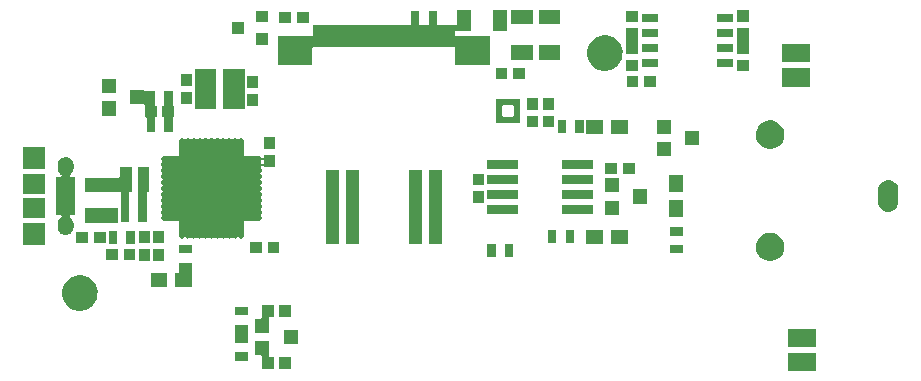
<source format=gbs>
G04 #@! TF.FileFunction,Soldermask,Bot*
%FSLAX46Y46*%
G04 Gerber Fmt 4.6, Leading zero omitted, Abs format (unit mm)*
G04 Created by KiCad (PCBNEW 4.0.4-stable) date 10/29/16 22:21:33*
%MOMM*%
%LPD*%
G01*
G04 APERTURE LIST*
%ADD10C,0.100000*%
G04 APERTURE END LIST*
D10*
G36*
X167600000Y-98600000D02*
X165200000Y-98600000D01*
X165200000Y-97050000D01*
X167600000Y-97050000D01*
X167600000Y-98600000D01*
X167600000Y-98600000D01*
G37*
G36*
X123150000Y-98375000D02*
X122150000Y-98375000D01*
X122150000Y-97425000D01*
X123150000Y-97425000D01*
X123150000Y-98375000D01*
X123150000Y-98375000D01*
G37*
G36*
X121300000Y-97325000D02*
X121303959Y-97352859D01*
X121315523Y-97378513D01*
X121333776Y-97399929D01*
X121357272Y-97415412D01*
X121384152Y-97423736D01*
X121400000Y-97425000D01*
X121650000Y-97425000D01*
X121650000Y-98375000D01*
X120650000Y-98375000D01*
X120650000Y-97350000D01*
X120646041Y-97322141D01*
X120634477Y-97296487D01*
X120616224Y-97275071D01*
X120592728Y-97259588D01*
X120565848Y-97251264D01*
X120550000Y-97250000D01*
X120100000Y-97250000D01*
X120100000Y-96050000D01*
X121300000Y-96050000D01*
X121300000Y-97325000D01*
X121300000Y-97325000D01*
G37*
G36*
X119450000Y-97700000D02*
X118350000Y-97700000D01*
X118350000Y-97000000D01*
X119450000Y-97000000D01*
X119450000Y-97700000D01*
X119450000Y-97700000D01*
G37*
G36*
X167600000Y-96550000D02*
X165200000Y-96550000D01*
X165200000Y-95000000D01*
X167600000Y-95000000D01*
X167600000Y-96550000D01*
X167600000Y-96550000D01*
G37*
G36*
X123700000Y-96300000D02*
X122500000Y-96300000D01*
X122500000Y-95100000D01*
X123700000Y-95100000D01*
X123700000Y-96300000D01*
X123700000Y-96300000D01*
G37*
G36*
X119450000Y-96200000D02*
X118350000Y-96200000D01*
X118350000Y-94650000D01*
X119450000Y-94650000D01*
X119450000Y-96200000D01*
X119450000Y-96200000D01*
G37*
G36*
X121650000Y-93975000D02*
X121400000Y-93975000D01*
X121372141Y-93978959D01*
X121346487Y-93990523D01*
X121325071Y-94008776D01*
X121309588Y-94032272D01*
X121301264Y-94059152D01*
X121300000Y-94075000D01*
X121300000Y-95350000D01*
X120100000Y-95350000D01*
X120100000Y-94150000D01*
X120550000Y-94150000D01*
X120577859Y-94146041D01*
X120603513Y-94134477D01*
X120624929Y-94116224D01*
X120640412Y-94092728D01*
X120648736Y-94065848D01*
X120650000Y-94050000D01*
X120650000Y-93025000D01*
X121650000Y-93025000D01*
X121650000Y-93975000D01*
X121650000Y-93975000D01*
G37*
G36*
X123150000Y-93975000D02*
X122150000Y-93975000D01*
X122150000Y-93025000D01*
X123150000Y-93025000D01*
X123150000Y-93975000D01*
X123150000Y-93975000D01*
G37*
G36*
X119450000Y-93850000D02*
X118350000Y-93850000D01*
X118350000Y-93150000D01*
X119450000Y-93150000D01*
X119450000Y-93850000D01*
X119450000Y-93850000D01*
G37*
G36*
X105407557Y-90470995D02*
X105695710Y-90530144D01*
X105966888Y-90644137D01*
X106210767Y-90808635D01*
X106418045Y-91017365D01*
X106580832Y-91262381D01*
X106692932Y-91534353D01*
X106749932Y-91822228D01*
X106749932Y-91822249D01*
X106750064Y-91822917D01*
X106745373Y-92158910D01*
X106745221Y-92159578D01*
X106745221Y-92159597D01*
X106680206Y-92445764D01*
X106560555Y-92714505D01*
X106390992Y-92954875D01*
X106177965Y-93157738D01*
X105929587Y-93315363D01*
X105655337Y-93421738D01*
X105365634Y-93472821D01*
X105071533Y-93466659D01*
X104784230Y-93403493D01*
X104514668Y-93285723D01*
X104273114Y-93117839D01*
X104068769Y-92906233D01*
X103909417Y-92658967D01*
X103801125Y-92385455D01*
X103748024Y-92096124D01*
X103752131Y-91801990D01*
X103813292Y-91514245D01*
X103929174Y-91243872D01*
X104095371Y-91001149D01*
X104305544Y-90795333D01*
X104551690Y-90634259D01*
X104824435Y-90524063D01*
X105113392Y-90468941D01*
X105407557Y-90470995D01*
X105407557Y-90470995D01*
G37*
G36*
X114750000Y-91500000D02*
X113350000Y-91500000D01*
X113350000Y-90300000D01*
X113550000Y-90300000D01*
X113577859Y-90296041D01*
X113603513Y-90284477D01*
X113624929Y-90266224D01*
X113640412Y-90242728D01*
X113648736Y-90215848D01*
X113650000Y-90200000D01*
X113650000Y-89400000D01*
X114750000Y-89400000D01*
X114750000Y-91500000D01*
X114750000Y-91500000D01*
G37*
G36*
X112650000Y-91500000D02*
X111250000Y-91500000D01*
X111250000Y-90300000D01*
X112650000Y-90300000D01*
X112650000Y-91500000D01*
X112650000Y-91500000D01*
G37*
G36*
X163826041Y-86850796D02*
X164056570Y-86898116D01*
X164273512Y-86989310D01*
X164468615Y-87120908D01*
X164634436Y-87287891D01*
X164764666Y-87483904D01*
X164854347Y-87701486D01*
X164899919Y-87931641D01*
X164899919Y-87931666D01*
X164900051Y-87932334D01*
X164896298Y-88201128D01*
X164896147Y-88201791D01*
X164896147Y-88201815D01*
X164844164Y-88430612D01*
X164748445Y-88645603D01*
X164612794Y-88837900D01*
X164442372Y-89000191D01*
X164243669Y-89126291D01*
X164024270Y-89211391D01*
X163792507Y-89252257D01*
X163557226Y-89247328D01*
X163327385Y-89196795D01*
X163111734Y-89102579D01*
X162918491Y-88968272D01*
X162755015Y-88798987D01*
X162627533Y-88601173D01*
X162540899Y-88382363D01*
X162498418Y-88150900D01*
X162501704Y-87915592D01*
X162550633Y-87685400D01*
X162643341Y-87469094D01*
X162776296Y-87274919D01*
X162944433Y-87110268D01*
X163141354Y-86981406D01*
X163359547Y-86893250D01*
X163590714Y-86849152D01*
X163826041Y-86850796D01*
X163826041Y-86850796D01*
G37*
G36*
X111175000Y-89250000D02*
X110225000Y-89250000D01*
X110225000Y-88250000D01*
X111175000Y-88250000D01*
X111175000Y-89250000D01*
X111175000Y-89250000D01*
G37*
G36*
X112375000Y-89250000D02*
X111425000Y-89250000D01*
X111425000Y-88250000D01*
X112375000Y-88250000D01*
X112375000Y-89250000D01*
X112375000Y-89250000D01*
G37*
G36*
X109950000Y-89175000D02*
X108950000Y-89175000D01*
X108950000Y-88225000D01*
X109950000Y-88225000D01*
X109950000Y-89175000D01*
X109950000Y-89175000D01*
G37*
G36*
X108450000Y-89175000D02*
X107450000Y-89175000D01*
X107450000Y-88225000D01*
X108450000Y-88225000D01*
X108450000Y-89175000D01*
X108450000Y-89175000D01*
G37*
G36*
X140450000Y-88900000D02*
X139750000Y-88900000D01*
X139750000Y-87800000D01*
X140450000Y-87800000D01*
X140450000Y-88900000D01*
X140450000Y-88900000D01*
G37*
G36*
X141950000Y-88900000D02*
X141250000Y-88900000D01*
X141250000Y-87800000D01*
X141950000Y-87800000D01*
X141950000Y-88900000D01*
X141950000Y-88900000D01*
G37*
G36*
X114750000Y-88600000D02*
X113650000Y-88600000D01*
X113650000Y-87900000D01*
X114750000Y-87900000D01*
X114750000Y-88600000D01*
X114750000Y-88600000D01*
G37*
G36*
X156300000Y-88600000D02*
X155200000Y-88600000D01*
X155200000Y-87900000D01*
X156300000Y-87900000D01*
X156300000Y-88600000D01*
X156300000Y-88600000D01*
G37*
G36*
X122150000Y-88575000D02*
X121150000Y-88575000D01*
X121150000Y-87625000D01*
X122150000Y-87625000D01*
X122150000Y-88575000D01*
X122150000Y-88575000D01*
G37*
G36*
X120650000Y-88575000D02*
X119650000Y-88575000D01*
X119650000Y-87625000D01*
X120650000Y-87625000D01*
X120650000Y-88575000D01*
X120650000Y-88575000D01*
G37*
G36*
X102300000Y-87900000D02*
X100400000Y-87900000D01*
X100400000Y-86000000D01*
X102300000Y-86000000D01*
X102300000Y-87900000D01*
X102300000Y-87900000D01*
G37*
G36*
X108400000Y-87850000D02*
X107700000Y-87850000D01*
X107700000Y-86750000D01*
X108400000Y-86750000D01*
X108400000Y-87850000D01*
X108400000Y-87850000D01*
G37*
G36*
X109900000Y-87850000D02*
X109200000Y-87850000D01*
X109200000Y-86750000D01*
X109900000Y-86750000D01*
X109900000Y-87850000D01*
X109900000Y-87850000D01*
G37*
G36*
X128900000Y-87825000D02*
X127800000Y-87825000D01*
X127800000Y-81575000D01*
X128900000Y-81575000D01*
X128900000Y-87825000D01*
X128900000Y-87825000D01*
G37*
G36*
X135900000Y-87825000D02*
X134800000Y-87825000D01*
X134800000Y-81575000D01*
X135900000Y-81575000D01*
X135900000Y-87825000D01*
X135900000Y-87825000D01*
G37*
G36*
X134200000Y-87825000D02*
X133100000Y-87825000D01*
X133100000Y-81575000D01*
X134200000Y-81575000D01*
X134200000Y-87825000D01*
X134200000Y-87825000D01*
G37*
G36*
X127200000Y-87825000D02*
X126100000Y-87825000D01*
X126100000Y-81575000D01*
X127200000Y-81575000D01*
X127200000Y-87825000D01*
X127200000Y-87825000D01*
G37*
G36*
X149550000Y-87800000D02*
X148150000Y-87800000D01*
X148150000Y-86600000D01*
X149550000Y-86600000D01*
X149550000Y-87800000D01*
X149550000Y-87800000D01*
G37*
G36*
X151650000Y-87800000D02*
X150250000Y-87800000D01*
X150250000Y-86600000D01*
X151650000Y-86600000D01*
X151650000Y-87800000D01*
X151650000Y-87800000D01*
G37*
G36*
X107450000Y-87775000D02*
X106450000Y-87775000D01*
X106450000Y-86825000D01*
X107450000Y-86825000D01*
X107450000Y-87775000D01*
X107450000Y-87775000D01*
G37*
G36*
X105950000Y-87775000D02*
X104950000Y-87775000D01*
X104950000Y-86825000D01*
X105950000Y-86825000D01*
X105950000Y-87775000D01*
X105950000Y-87775000D01*
G37*
G36*
X147100000Y-87750000D02*
X146400000Y-87750000D01*
X146400000Y-86650000D01*
X147100000Y-86650000D01*
X147100000Y-87750000D01*
X147100000Y-87750000D01*
G37*
G36*
X111175000Y-87750000D02*
X110225000Y-87750000D01*
X110225000Y-86750000D01*
X111175000Y-86750000D01*
X111175000Y-87750000D01*
X111175000Y-87750000D01*
G37*
G36*
X145600000Y-87750000D02*
X144900000Y-87750000D01*
X144900000Y-86650000D01*
X145600000Y-86650000D01*
X145600000Y-87750000D01*
X145600000Y-87750000D01*
G37*
G36*
X112375000Y-87750000D02*
X111425000Y-87750000D01*
X111425000Y-86750000D01*
X112375000Y-86750000D01*
X112375000Y-87750000D01*
X112375000Y-87750000D01*
G37*
G36*
X118950171Y-78851463D02*
X118950189Y-78851469D01*
X118950269Y-78851477D01*
X118996879Y-78865905D01*
X119039798Y-78889112D01*
X119077393Y-78920212D01*
X119108230Y-78958023D01*
X119131137Y-79001103D01*
X119145239Y-79047812D01*
X119150000Y-79096371D01*
X119150000Y-80103629D01*
X119149976Y-80107120D01*
X119144537Y-80155607D01*
X119129784Y-80202114D01*
X119128963Y-80203607D01*
X119128817Y-80204068D01*
X119119713Y-80228144D01*
X119117487Y-80256195D01*
X119123165Y-80283756D01*
X119136295Y-80308644D01*
X119155840Y-80328888D01*
X119164225Y-80333696D01*
X119165523Y-80336575D01*
X119183776Y-80357991D01*
X119207272Y-80373474D01*
X119234152Y-80381798D01*
X119262287Y-80382304D01*
X119295633Y-80371772D01*
X119301103Y-80368863D01*
X119347812Y-80354761D01*
X119396371Y-80350000D01*
X120403629Y-80350000D01*
X120407120Y-80350024D01*
X120455607Y-80355463D01*
X120502114Y-80370216D01*
X120544871Y-80393722D01*
X120582247Y-80425084D01*
X120612820Y-80463109D01*
X120635425Y-80506348D01*
X120635496Y-80506591D01*
X120636379Y-80508279D01*
X120652794Y-80531134D01*
X120674927Y-80548510D01*
X120701025Y-80559033D01*
X120729021Y-80561869D01*
X120756698Y-80556793D01*
X120781866Y-80544207D01*
X120802531Y-80525108D01*
X120817057Y-80501008D01*
X120825000Y-80461950D01*
X120825000Y-80300000D01*
X121775000Y-80300000D01*
X121775000Y-81300000D01*
X120825000Y-81300000D01*
X120825000Y-81238894D01*
X120821041Y-81211035D01*
X120809477Y-81185381D01*
X120791224Y-81163965D01*
X120767728Y-81148482D01*
X120740848Y-81140158D01*
X120712713Y-81139652D01*
X120685551Y-81147004D01*
X120661513Y-81161632D01*
X120637035Y-81191332D01*
X120634174Y-81196623D01*
X120634095Y-81196879D01*
X120610888Y-81239798D01*
X120579788Y-81277393D01*
X120579372Y-81277732D01*
X120573684Y-81284608D01*
X120574009Y-81284877D01*
X120566097Y-81293449D01*
X120553527Y-81318625D01*
X120548469Y-81346306D01*
X120551323Y-81374300D01*
X120561863Y-81400391D01*
X120576382Y-81417669D01*
X120576245Y-81417779D01*
X120581852Y-81424753D01*
X120582247Y-81425084D01*
X120612820Y-81463109D01*
X120635425Y-81506348D01*
X120649201Y-81553155D01*
X120649207Y-81553222D01*
X120649213Y-81553242D01*
X120653627Y-81601744D01*
X120648537Y-81650171D01*
X120648531Y-81650189D01*
X120648523Y-81650269D01*
X120634095Y-81696879D01*
X120610888Y-81739798D01*
X120579788Y-81777393D01*
X120579373Y-81777732D01*
X120573684Y-81784608D01*
X120574009Y-81784877D01*
X120566097Y-81793449D01*
X120553527Y-81818625D01*
X120548469Y-81846306D01*
X120551323Y-81874300D01*
X120561863Y-81900391D01*
X120576382Y-81917669D01*
X120576245Y-81917779D01*
X120581852Y-81924753D01*
X120582247Y-81925084D01*
X120612820Y-81963109D01*
X120635425Y-82006348D01*
X120649201Y-82053155D01*
X120649207Y-82053222D01*
X120649213Y-82053242D01*
X120653627Y-82101744D01*
X120648537Y-82150171D01*
X120648531Y-82150189D01*
X120648523Y-82150269D01*
X120634095Y-82196879D01*
X120610888Y-82239798D01*
X120579788Y-82277393D01*
X120579373Y-82277732D01*
X120573684Y-82284608D01*
X120574009Y-82284877D01*
X120566097Y-82293449D01*
X120553527Y-82318625D01*
X120548469Y-82346306D01*
X120551323Y-82374300D01*
X120561863Y-82400391D01*
X120576382Y-82417669D01*
X120576245Y-82417779D01*
X120581852Y-82424753D01*
X120582247Y-82425084D01*
X120612820Y-82463109D01*
X120635425Y-82506348D01*
X120649201Y-82553155D01*
X120649207Y-82553222D01*
X120649213Y-82553242D01*
X120653627Y-82601744D01*
X120648537Y-82650171D01*
X120648531Y-82650189D01*
X120648523Y-82650269D01*
X120634095Y-82696879D01*
X120610888Y-82739798D01*
X120579788Y-82777393D01*
X120579373Y-82777732D01*
X120573684Y-82784608D01*
X120574009Y-82784877D01*
X120566097Y-82793449D01*
X120553527Y-82818625D01*
X120548469Y-82846306D01*
X120551323Y-82874300D01*
X120561863Y-82900391D01*
X120576382Y-82917669D01*
X120576245Y-82917779D01*
X120581852Y-82924753D01*
X120582247Y-82925084D01*
X120612820Y-82963109D01*
X120635425Y-83006348D01*
X120649201Y-83053155D01*
X120649207Y-83053222D01*
X120649213Y-83053242D01*
X120653627Y-83101744D01*
X120648537Y-83150171D01*
X120648531Y-83150189D01*
X120648523Y-83150269D01*
X120634095Y-83196879D01*
X120610888Y-83239798D01*
X120579788Y-83277393D01*
X120579373Y-83277732D01*
X120573684Y-83284608D01*
X120574009Y-83284877D01*
X120566097Y-83293449D01*
X120553527Y-83318625D01*
X120548469Y-83346306D01*
X120551323Y-83374300D01*
X120561863Y-83400391D01*
X120576382Y-83417669D01*
X120576245Y-83417779D01*
X120581852Y-83424753D01*
X120582247Y-83425084D01*
X120612820Y-83463109D01*
X120635425Y-83506348D01*
X120649201Y-83553155D01*
X120649207Y-83553222D01*
X120649213Y-83553242D01*
X120653627Y-83601744D01*
X120648537Y-83650171D01*
X120648531Y-83650189D01*
X120648523Y-83650269D01*
X120634095Y-83696879D01*
X120610888Y-83739798D01*
X120579788Y-83777393D01*
X120579373Y-83777732D01*
X120573684Y-83784608D01*
X120574009Y-83784877D01*
X120566097Y-83793449D01*
X120553527Y-83818625D01*
X120548469Y-83846306D01*
X120551323Y-83874300D01*
X120561863Y-83900391D01*
X120576382Y-83917669D01*
X120576245Y-83917779D01*
X120581852Y-83924753D01*
X120582247Y-83925084D01*
X120612820Y-83963109D01*
X120635425Y-84006348D01*
X120649201Y-84053155D01*
X120649207Y-84053222D01*
X120649213Y-84053242D01*
X120653627Y-84101744D01*
X120648537Y-84150171D01*
X120648531Y-84150189D01*
X120648523Y-84150269D01*
X120634095Y-84196879D01*
X120610888Y-84239798D01*
X120579788Y-84277393D01*
X120579373Y-84277732D01*
X120573684Y-84284608D01*
X120574009Y-84284877D01*
X120566097Y-84293449D01*
X120553527Y-84318625D01*
X120548469Y-84346306D01*
X120551323Y-84374300D01*
X120561863Y-84400391D01*
X120576382Y-84417669D01*
X120576245Y-84417779D01*
X120581852Y-84424753D01*
X120582247Y-84425084D01*
X120612820Y-84463109D01*
X120635425Y-84506348D01*
X120649201Y-84553155D01*
X120649207Y-84553222D01*
X120649213Y-84553242D01*
X120653627Y-84601744D01*
X120648537Y-84650171D01*
X120648531Y-84650189D01*
X120648523Y-84650269D01*
X120634095Y-84696879D01*
X120610888Y-84739798D01*
X120579788Y-84777393D01*
X120579373Y-84777732D01*
X120573684Y-84784608D01*
X120574009Y-84784877D01*
X120566097Y-84793449D01*
X120553527Y-84818625D01*
X120548469Y-84846306D01*
X120551323Y-84874300D01*
X120561863Y-84900391D01*
X120576382Y-84917669D01*
X120576245Y-84917779D01*
X120581852Y-84924753D01*
X120582247Y-84925084D01*
X120612820Y-84963109D01*
X120635425Y-85006348D01*
X120649201Y-85053155D01*
X120649207Y-85053222D01*
X120649213Y-85053242D01*
X120653627Y-85101744D01*
X120648537Y-85150171D01*
X120648531Y-85150189D01*
X120648523Y-85150269D01*
X120634095Y-85196879D01*
X120610888Y-85239798D01*
X120579788Y-85277393D01*
X120579373Y-85277732D01*
X120573684Y-85284608D01*
X120574009Y-85284877D01*
X120566097Y-85293449D01*
X120553527Y-85318625D01*
X120548469Y-85346306D01*
X120551323Y-85374300D01*
X120561863Y-85400391D01*
X120576382Y-85417669D01*
X120576245Y-85417779D01*
X120581852Y-85424753D01*
X120582247Y-85425084D01*
X120612820Y-85463109D01*
X120635425Y-85506348D01*
X120649201Y-85553155D01*
X120649207Y-85553222D01*
X120649213Y-85553242D01*
X120653627Y-85601744D01*
X120648537Y-85650171D01*
X120648531Y-85650189D01*
X120648523Y-85650269D01*
X120634095Y-85696879D01*
X120610888Y-85739798D01*
X120579788Y-85777393D01*
X120541977Y-85808230D01*
X120498897Y-85831137D01*
X120452188Y-85845239D01*
X120403629Y-85850000D01*
X119396371Y-85850000D01*
X119392880Y-85849976D01*
X119344393Y-85844537D01*
X119297886Y-85829784D01*
X119296393Y-85828963D01*
X119295932Y-85828817D01*
X119271856Y-85819713D01*
X119243805Y-85817487D01*
X119216244Y-85823165D01*
X119191356Y-85836295D01*
X119171112Y-85855840D01*
X119166304Y-85864225D01*
X119163425Y-85865523D01*
X119142009Y-85883776D01*
X119126526Y-85907272D01*
X119118202Y-85934152D01*
X119117696Y-85962287D01*
X119128228Y-85995633D01*
X119131137Y-86001103D01*
X119145239Y-86047812D01*
X119150000Y-86096371D01*
X119150000Y-87103629D01*
X119149976Y-87107120D01*
X119144537Y-87155607D01*
X119129784Y-87202114D01*
X119106278Y-87244871D01*
X119074916Y-87282247D01*
X119036891Y-87312820D01*
X118993652Y-87335425D01*
X118946845Y-87349201D01*
X118946778Y-87349207D01*
X118946758Y-87349213D01*
X118898256Y-87353627D01*
X118849829Y-87348537D01*
X118849811Y-87348531D01*
X118849731Y-87348523D01*
X118803121Y-87334095D01*
X118760202Y-87310888D01*
X118722607Y-87279788D01*
X118722268Y-87279373D01*
X118715392Y-87273684D01*
X118715123Y-87274009D01*
X118706551Y-87266097D01*
X118681375Y-87253527D01*
X118653694Y-87248469D01*
X118625700Y-87251323D01*
X118599609Y-87261863D01*
X118582331Y-87276382D01*
X118582221Y-87276245D01*
X118575247Y-87281852D01*
X118574916Y-87282247D01*
X118536891Y-87312820D01*
X118493652Y-87335425D01*
X118446845Y-87349201D01*
X118446778Y-87349207D01*
X118446758Y-87349213D01*
X118398256Y-87353627D01*
X118349829Y-87348537D01*
X118349811Y-87348531D01*
X118349731Y-87348523D01*
X118303121Y-87334095D01*
X118260202Y-87310888D01*
X118222607Y-87279788D01*
X118222268Y-87279373D01*
X118215392Y-87273684D01*
X118215123Y-87274009D01*
X118206551Y-87266097D01*
X118181375Y-87253527D01*
X118153694Y-87248469D01*
X118125700Y-87251323D01*
X118099609Y-87261863D01*
X118082331Y-87276382D01*
X118082221Y-87276245D01*
X118075247Y-87281852D01*
X118074916Y-87282247D01*
X118036891Y-87312820D01*
X117993652Y-87335425D01*
X117946845Y-87349201D01*
X117946778Y-87349207D01*
X117946758Y-87349213D01*
X117898256Y-87353627D01*
X117849829Y-87348537D01*
X117849811Y-87348531D01*
X117849731Y-87348523D01*
X117803121Y-87334095D01*
X117760202Y-87310888D01*
X117722607Y-87279788D01*
X117722268Y-87279373D01*
X117715392Y-87273684D01*
X117715123Y-87274009D01*
X117706551Y-87266097D01*
X117681375Y-87253527D01*
X117653694Y-87248469D01*
X117625700Y-87251323D01*
X117599609Y-87261863D01*
X117582331Y-87276382D01*
X117582221Y-87276245D01*
X117575247Y-87281852D01*
X117574916Y-87282247D01*
X117536891Y-87312820D01*
X117493652Y-87335425D01*
X117446845Y-87349201D01*
X117446778Y-87349207D01*
X117446758Y-87349213D01*
X117398256Y-87353627D01*
X117349829Y-87348537D01*
X117349811Y-87348531D01*
X117349731Y-87348523D01*
X117303121Y-87334095D01*
X117260202Y-87310888D01*
X117222607Y-87279788D01*
X117222268Y-87279373D01*
X117215392Y-87273684D01*
X117215123Y-87274009D01*
X117206551Y-87266097D01*
X117181375Y-87253527D01*
X117153694Y-87248469D01*
X117125700Y-87251323D01*
X117099609Y-87261863D01*
X117082331Y-87276382D01*
X117082221Y-87276245D01*
X117075247Y-87281852D01*
X117074916Y-87282247D01*
X117036891Y-87312820D01*
X116993652Y-87335425D01*
X116946845Y-87349201D01*
X116946778Y-87349207D01*
X116946758Y-87349213D01*
X116898256Y-87353627D01*
X116849829Y-87348537D01*
X116849811Y-87348531D01*
X116849731Y-87348523D01*
X116803121Y-87334095D01*
X116760202Y-87310888D01*
X116722607Y-87279788D01*
X116722268Y-87279373D01*
X116715392Y-87273684D01*
X116715123Y-87274009D01*
X116706551Y-87266097D01*
X116681375Y-87253527D01*
X116653694Y-87248469D01*
X116625700Y-87251323D01*
X116599609Y-87261863D01*
X116582331Y-87276382D01*
X116582221Y-87276245D01*
X116575247Y-87281852D01*
X116574916Y-87282247D01*
X116536891Y-87312820D01*
X116493652Y-87335425D01*
X116446845Y-87349201D01*
X116446778Y-87349207D01*
X116446758Y-87349213D01*
X116398256Y-87353627D01*
X116349829Y-87348537D01*
X116349811Y-87348531D01*
X116349731Y-87348523D01*
X116303121Y-87334095D01*
X116260202Y-87310888D01*
X116222607Y-87279788D01*
X116222268Y-87279373D01*
X116215392Y-87273684D01*
X116215123Y-87274009D01*
X116206551Y-87266097D01*
X116181375Y-87253527D01*
X116153694Y-87248469D01*
X116125700Y-87251323D01*
X116099609Y-87261863D01*
X116082331Y-87276382D01*
X116082221Y-87276245D01*
X116075247Y-87281852D01*
X116074916Y-87282247D01*
X116036891Y-87312820D01*
X115993652Y-87335425D01*
X115946845Y-87349201D01*
X115946778Y-87349207D01*
X115946758Y-87349213D01*
X115898256Y-87353627D01*
X115849829Y-87348537D01*
X115849811Y-87348531D01*
X115849731Y-87348523D01*
X115803121Y-87334095D01*
X115760202Y-87310888D01*
X115722607Y-87279788D01*
X115722268Y-87279373D01*
X115715392Y-87273684D01*
X115715123Y-87274009D01*
X115706551Y-87266097D01*
X115681375Y-87253527D01*
X115653694Y-87248469D01*
X115625700Y-87251323D01*
X115599609Y-87261863D01*
X115582331Y-87276382D01*
X115582221Y-87276245D01*
X115575247Y-87281852D01*
X115574916Y-87282247D01*
X115536891Y-87312820D01*
X115493652Y-87335425D01*
X115446845Y-87349201D01*
X115446778Y-87349207D01*
X115446758Y-87349213D01*
X115398256Y-87353627D01*
X115349829Y-87348537D01*
X115349811Y-87348531D01*
X115349731Y-87348523D01*
X115303121Y-87334095D01*
X115260202Y-87310888D01*
X115222607Y-87279788D01*
X115222268Y-87279373D01*
X115215392Y-87273684D01*
X115215123Y-87274009D01*
X115206551Y-87266097D01*
X115181375Y-87253527D01*
X115153694Y-87248469D01*
X115125700Y-87251323D01*
X115099609Y-87261863D01*
X115082331Y-87276382D01*
X115082221Y-87276245D01*
X115075247Y-87281852D01*
X115074916Y-87282247D01*
X115036891Y-87312820D01*
X114993652Y-87335425D01*
X114946845Y-87349201D01*
X114946778Y-87349207D01*
X114946758Y-87349213D01*
X114898256Y-87353627D01*
X114849829Y-87348537D01*
X114849811Y-87348531D01*
X114849731Y-87348523D01*
X114803121Y-87334095D01*
X114760202Y-87310888D01*
X114722607Y-87279788D01*
X114722268Y-87279373D01*
X114715392Y-87273684D01*
X114715123Y-87274009D01*
X114706551Y-87266097D01*
X114681375Y-87253527D01*
X114653694Y-87248469D01*
X114625700Y-87251323D01*
X114599609Y-87261863D01*
X114582331Y-87276382D01*
X114582221Y-87276245D01*
X114575247Y-87281852D01*
X114574916Y-87282247D01*
X114536891Y-87312820D01*
X114493652Y-87335425D01*
X114446845Y-87349201D01*
X114446778Y-87349207D01*
X114446758Y-87349213D01*
X114398256Y-87353627D01*
X114349829Y-87348537D01*
X114349811Y-87348531D01*
X114349731Y-87348523D01*
X114303121Y-87334095D01*
X114260202Y-87310888D01*
X114222607Y-87279788D01*
X114222268Y-87279373D01*
X114215392Y-87273684D01*
X114215123Y-87274009D01*
X114206551Y-87266097D01*
X114181375Y-87253527D01*
X114153694Y-87248469D01*
X114125700Y-87251323D01*
X114099609Y-87261863D01*
X114082331Y-87276382D01*
X114082221Y-87276245D01*
X114075247Y-87281852D01*
X114074916Y-87282247D01*
X114036891Y-87312820D01*
X113993652Y-87335425D01*
X113946845Y-87349201D01*
X113946778Y-87349207D01*
X113946758Y-87349213D01*
X113898256Y-87353627D01*
X113849829Y-87348537D01*
X113849811Y-87348531D01*
X113849731Y-87348523D01*
X113803121Y-87334095D01*
X113760202Y-87310888D01*
X113722607Y-87279788D01*
X113691770Y-87241977D01*
X113668863Y-87198897D01*
X113654761Y-87152188D01*
X113650000Y-87103629D01*
X113650000Y-86096371D01*
X113650024Y-86092880D01*
X113655463Y-86044393D01*
X113670216Y-85997886D01*
X113671037Y-85996393D01*
X113671183Y-85995932D01*
X113680287Y-85971856D01*
X113682513Y-85943805D01*
X113676835Y-85916244D01*
X113663705Y-85891356D01*
X113644160Y-85871112D01*
X113635775Y-85866304D01*
X113634477Y-85863425D01*
X113616224Y-85842009D01*
X113592728Y-85826526D01*
X113565848Y-85818202D01*
X113537713Y-85817696D01*
X113504367Y-85828228D01*
X113498897Y-85831137D01*
X113452188Y-85845239D01*
X113403629Y-85850000D01*
X112396371Y-85850000D01*
X112392880Y-85849976D01*
X112344393Y-85844537D01*
X112297886Y-85829784D01*
X112255129Y-85806278D01*
X112217753Y-85774916D01*
X112187180Y-85736891D01*
X112164575Y-85693652D01*
X112150799Y-85646845D01*
X112150793Y-85646778D01*
X112150787Y-85646758D01*
X112146373Y-85598256D01*
X112151463Y-85549829D01*
X112151469Y-85549811D01*
X112151477Y-85549731D01*
X112165905Y-85503121D01*
X112189112Y-85460202D01*
X112220212Y-85422607D01*
X112220627Y-85422268D01*
X112226316Y-85415392D01*
X112225991Y-85415123D01*
X112233903Y-85406551D01*
X112246473Y-85381375D01*
X112251531Y-85353694D01*
X112248677Y-85325700D01*
X112238137Y-85299609D01*
X112223618Y-85282331D01*
X112223755Y-85282221D01*
X112218148Y-85275247D01*
X112217753Y-85274916D01*
X112187180Y-85236891D01*
X112164575Y-85193652D01*
X112150799Y-85146845D01*
X112150793Y-85146778D01*
X112150787Y-85146758D01*
X112146373Y-85098256D01*
X112151463Y-85049829D01*
X112151469Y-85049811D01*
X112151477Y-85049731D01*
X112165905Y-85003121D01*
X112189112Y-84960202D01*
X112220212Y-84922607D01*
X112220627Y-84922268D01*
X112226316Y-84915392D01*
X112225991Y-84915123D01*
X112233903Y-84906551D01*
X112246473Y-84881375D01*
X112251531Y-84853694D01*
X112248677Y-84825700D01*
X112238137Y-84799609D01*
X112223618Y-84782331D01*
X112223755Y-84782221D01*
X112218148Y-84775247D01*
X112217753Y-84774916D01*
X112187180Y-84736891D01*
X112164575Y-84693652D01*
X112150799Y-84646845D01*
X112150793Y-84646778D01*
X112150787Y-84646758D01*
X112146373Y-84598256D01*
X112151463Y-84549829D01*
X112151469Y-84549811D01*
X112151477Y-84549731D01*
X112165905Y-84503121D01*
X112189112Y-84460202D01*
X112220212Y-84422607D01*
X112220627Y-84422268D01*
X112226316Y-84415392D01*
X112225991Y-84415123D01*
X112233903Y-84406551D01*
X112246473Y-84381375D01*
X112251531Y-84353694D01*
X112248677Y-84325700D01*
X112238137Y-84299609D01*
X112223618Y-84282331D01*
X112223755Y-84282221D01*
X112218148Y-84275247D01*
X112217753Y-84274916D01*
X112187180Y-84236891D01*
X112164575Y-84193652D01*
X112150799Y-84146845D01*
X112150793Y-84146778D01*
X112150787Y-84146758D01*
X112146373Y-84098256D01*
X112151463Y-84049829D01*
X112151469Y-84049811D01*
X112151477Y-84049731D01*
X112165905Y-84003121D01*
X112189112Y-83960202D01*
X112220212Y-83922607D01*
X112220627Y-83922268D01*
X112226316Y-83915392D01*
X112225991Y-83915123D01*
X112233903Y-83906551D01*
X112246473Y-83881375D01*
X112251531Y-83853694D01*
X112248677Y-83825700D01*
X112238137Y-83799609D01*
X112223618Y-83782331D01*
X112223755Y-83782221D01*
X112218148Y-83775247D01*
X112217753Y-83774916D01*
X112187180Y-83736891D01*
X112164575Y-83693652D01*
X112150799Y-83646845D01*
X112150793Y-83646778D01*
X112150787Y-83646758D01*
X112146373Y-83598256D01*
X112151463Y-83549829D01*
X112151469Y-83549811D01*
X112151477Y-83549731D01*
X112165905Y-83503121D01*
X112189112Y-83460202D01*
X112220212Y-83422607D01*
X112220627Y-83422268D01*
X112226316Y-83415392D01*
X112225991Y-83415123D01*
X112233903Y-83406551D01*
X112246473Y-83381375D01*
X112251531Y-83353694D01*
X112248677Y-83325700D01*
X112238137Y-83299609D01*
X112223618Y-83282331D01*
X112223755Y-83282221D01*
X112218148Y-83275247D01*
X112217753Y-83274916D01*
X112187180Y-83236891D01*
X112164575Y-83193652D01*
X112150799Y-83146845D01*
X112150793Y-83146778D01*
X112150787Y-83146758D01*
X112146373Y-83098256D01*
X112151463Y-83049829D01*
X112151469Y-83049811D01*
X112151477Y-83049731D01*
X112165905Y-83003121D01*
X112189112Y-82960202D01*
X112220212Y-82922607D01*
X112220627Y-82922268D01*
X112226316Y-82915392D01*
X112225991Y-82915123D01*
X112233903Y-82906551D01*
X112246473Y-82881375D01*
X112251531Y-82853694D01*
X112248677Y-82825700D01*
X112238137Y-82799609D01*
X112223618Y-82782331D01*
X112223755Y-82782221D01*
X112218148Y-82775247D01*
X112217753Y-82774916D01*
X112187180Y-82736891D01*
X112164575Y-82693652D01*
X112150799Y-82646845D01*
X112150793Y-82646778D01*
X112150787Y-82646758D01*
X112146373Y-82598256D01*
X112151463Y-82549829D01*
X112151469Y-82549811D01*
X112151477Y-82549731D01*
X112165905Y-82503121D01*
X112189112Y-82460202D01*
X112220212Y-82422607D01*
X112220627Y-82422268D01*
X112226316Y-82415392D01*
X112225991Y-82415123D01*
X112233903Y-82406551D01*
X112246473Y-82381375D01*
X112251531Y-82353694D01*
X112248677Y-82325700D01*
X112238137Y-82299609D01*
X112223618Y-82282331D01*
X112223755Y-82282221D01*
X112218148Y-82275247D01*
X112217753Y-82274916D01*
X112187180Y-82236891D01*
X112164575Y-82193652D01*
X112150799Y-82146845D01*
X112150793Y-82146778D01*
X112150787Y-82146758D01*
X112146373Y-82098256D01*
X112151463Y-82049829D01*
X112151469Y-82049811D01*
X112151477Y-82049731D01*
X112165905Y-82003121D01*
X112189112Y-81960202D01*
X112220212Y-81922607D01*
X112220627Y-81922268D01*
X112226316Y-81915392D01*
X112225991Y-81915123D01*
X112233903Y-81906551D01*
X112246473Y-81881375D01*
X112251531Y-81853694D01*
X112248677Y-81825700D01*
X112238137Y-81799609D01*
X112223618Y-81782331D01*
X112223755Y-81782221D01*
X112218148Y-81775247D01*
X112217753Y-81774916D01*
X112187180Y-81736891D01*
X112164575Y-81693652D01*
X112150799Y-81646845D01*
X112150793Y-81646778D01*
X112150787Y-81646758D01*
X112146373Y-81598256D01*
X112151463Y-81549829D01*
X112151469Y-81549811D01*
X112151477Y-81549731D01*
X112165905Y-81503121D01*
X112189112Y-81460202D01*
X112220212Y-81422607D01*
X112220627Y-81422268D01*
X112226316Y-81415392D01*
X112225991Y-81415123D01*
X112233903Y-81406551D01*
X112246473Y-81381375D01*
X112251531Y-81353694D01*
X112248677Y-81325700D01*
X112238137Y-81299609D01*
X112223618Y-81282331D01*
X112223755Y-81282221D01*
X112218148Y-81275247D01*
X112217753Y-81274916D01*
X112187180Y-81236891D01*
X112164575Y-81193652D01*
X112150799Y-81146845D01*
X112150793Y-81146778D01*
X112150787Y-81146758D01*
X112146373Y-81098256D01*
X112151463Y-81049829D01*
X112151469Y-81049811D01*
X112151477Y-81049731D01*
X112165905Y-81003121D01*
X112189112Y-80960202D01*
X112220212Y-80922607D01*
X112220627Y-80922268D01*
X112226316Y-80915392D01*
X112225991Y-80915123D01*
X112233903Y-80906551D01*
X112246473Y-80881375D01*
X112251531Y-80853694D01*
X112250778Y-80846306D01*
X120548469Y-80846306D01*
X120551323Y-80874300D01*
X120561863Y-80900391D01*
X120576382Y-80917669D01*
X120576245Y-80917779D01*
X120581852Y-80924753D01*
X120582247Y-80925084D01*
X120612820Y-80963109D01*
X120635425Y-81006348D01*
X120635496Y-81006591D01*
X120636379Y-81008279D01*
X120652794Y-81031134D01*
X120674927Y-81048510D01*
X120701025Y-81059033D01*
X120729021Y-81061869D01*
X120756698Y-81056793D01*
X120781866Y-81044207D01*
X120802531Y-81025108D01*
X120817057Y-81001008D01*
X120825000Y-80961950D01*
X120825000Y-80738894D01*
X120821041Y-80711035D01*
X120809477Y-80685381D01*
X120791224Y-80663965D01*
X120767728Y-80648482D01*
X120740848Y-80640158D01*
X120712713Y-80639652D01*
X120685551Y-80647004D01*
X120661513Y-80661632D01*
X120637035Y-80691332D01*
X120634174Y-80696623D01*
X120634095Y-80696879D01*
X120610888Y-80739798D01*
X120579788Y-80777393D01*
X120579372Y-80777732D01*
X120573684Y-80784608D01*
X120574009Y-80784877D01*
X120566097Y-80793449D01*
X120553527Y-80818625D01*
X120548469Y-80846306D01*
X112250778Y-80846306D01*
X112248677Y-80825700D01*
X112238137Y-80799609D01*
X112223618Y-80782331D01*
X112223755Y-80782221D01*
X112218148Y-80775247D01*
X112217753Y-80774916D01*
X112187180Y-80736891D01*
X112164575Y-80693652D01*
X112150799Y-80646845D01*
X112150793Y-80646778D01*
X112150787Y-80646758D01*
X112146373Y-80598256D01*
X112151463Y-80549829D01*
X112151469Y-80549811D01*
X112151477Y-80549731D01*
X112165905Y-80503121D01*
X112189112Y-80460202D01*
X112220212Y-80422607D01*
X112258023Y-80391770D01*
X112301103Y-80368863D01*
X112347812Y-80354761D01*
X112396371Y-80350000D01*
X113403629Y-80350000D01*
X113407120Y-80350024D01*
X113455607Y-80355463D01*
X113502114Y-80370216D01*
X113503607Y-80371037D01*
X113504068Y-80371183D01*
X113528144Y-80380287D01*
X113556195Y-80382513D01*
X113583756Y-80376835D01*
X113608644Y-80363705D01*
X113628888Y-80344160D01*
X113633696Y-80335775D01*
X113636575Y-80334477D01*
X113657991Y-80316224D01*
X113673474Y-80292728D01*
X113681798Y-80265848D01*
X113682304Y-80237713D01*
X113671772Y-80204367D01*
X113668863Y-80198897D01*
X113654761Y-80152188D01*
X113650000Y-80103629D01*
X113650000Y-79096371D01*
X113650024Y-79092880D01*
X113655463Y-79044393D01*
X113670216Y-78997886D01*
X113693722Y-78955129D01*
X113725084Y-78917753D01*
X113763109Y-78887180D01*
X113806348Y-78864575D01*
X113853155Y-78850799D01*
X113853222Y-78850793D01*
X113853242Y-78850787D01*
X113901744Y-78846373D01*
X113950171Y-78851463D01*
X113950189Y-78851469D01*
X113950269Y-78851477D01*
X113996879Y-78865905D01*
X114039798Y-78889112D01*
X114077393Y-78920212D01*
X114077732Y-78920627D01*
X114084608Y-78926316D01*
X114084877Y-78925991D01*
X114093449Y-78933903D01*
X114118625Y-78946473D01*
X114146306Y-78951531D01*
X114174300Y-78948677D01*
X114200391Y-78938137D01*
X114217669Y-78923618D01*
X114217779Y-78923755D01*
X114224753Y-78918148D01*
X114225084Y-78917753D01*
X114263109Y-78887180D01*
X114306348Y-78864575D01*
X114353155Y-78850799D01*
X114353222Y-78850793D01*
X114353242Y-78850787D01*
X114401744Y-78846373D01*
X114450171Y-78851463D01*
X114450189Y-78851469D01*
X114450269Y-78851477D01*
X114496879Y-78865905D01*
X114539798Y-78889112D01*
X114577393Y-78920212D01*
X114577732Y-78920627D01*
X114584608Y-78926316D01*
X114584877Y-78925991D01*
X114593449Y-78933903D01*
X114618625Y-78946473D01*
X114646306Y-78951531D01*
X114674300Y-78948677D01*
X114700391Y-78938137D01*
X114717669Y-78923618D01*
X114717779Y-78923755D01*
X114724753Y-78918148D01*
X114725084Y-78917753D01*
X114763109Y-78887180D01*
X114806348Y-78864575D01*
X114853155Y-78850799D01*
X114853222Y-78850793D01*
X114853242Y-78850787D01*
X114901744Y-78846373D01*
X114950171Y-78851463D01*
X114950189Y-78851469D01*
X114950269Y-78851477D01*
X114996879Y-78865905D01*
X115039798Y-78889112D01*
X115077393Y-78920212D01*
X115077732Y-78920627D01*
X115084608Y-78926316D01*
X115084877Y-78925991D01*
X115093449Y-78933903D01*
X115118625Y-78946473D01*
X115146306Y-78951531D01*
X115174300Y-78948677D01*
X115200391Y-78938137D01*
X115217669Y-78923618D01*
X115217779Y-78923755D01*
X115224753Y-78918148D01*
X115225084Y-78917753D01*
X115263109Y-78887180D01*
X115306348Y-78864575D01*
X115353155Y-78850799D01*
X115353222Y-78850793D01*
X115353242Y-78850787D01*
X115401744Y-78846373D01*
X115450171Y-78851463D01*
X115450189Y-78851469D01*
X115450269Y-78851477D01*
X115496879Y-78865905D01*
X115539798Y-78889112D01*
X115577393Y-78920212D01*
X115577732Y-78920627D01*
X115584608Y-78926316D01*
X115584877Y-78925991D01*
X115593449Y-78933903D01*
X115618625Y-78946473D01*
X115646306Y-78951531D01*
X115674300Y-78948677D01*
X115700391Y-78938137D01*
X115717669Y-78923618D01*
X115717779Y-78923755D01*
X115724753Y-78918148D01*
X115725084Y-78917753D01*
X115763109Y-78887180D01*
X115806348Y-78864575D01*
X115853155Y-78850799D01*
X115853222Y-78850793D01*
X115853242Y-78850787D01*
X115901744Y-78846373D01*
X115950171Y-78851463D01*
X115950189Y-78851469D01*
X115950269Y-78851477D01*
X115996879Y-78865905D01*
X116039798Y-78889112D01*
X116077393Y-78920212D01*
X116077732Y-78920627D01*
X116084608Y-78926316D01*
X116084877Y-78925991D01*
X116093449Y-78933903D01*
X116118625Y-78946473D01*
X116146306Y-78951531D01*
X116174300Y-78948677D01*
X116200391Y-78938137D01*
X116217669Y-78923618D01*
X116217779Y-78923755D01*
X116224753Y-78918148D01*
X116225084Y-78917753D01*
X116263109Y-78887180D01*
X116306348Y-78864575D01*
X116353155Y-78850799D01*
X116353222Y-78850793D01*
X116353242Y-78850787D01*
X116401744Y-78846373D01*
X116450171Y-78851463D01*
X116450189Y-78851469D01*
X116450269Y-78851477D01*
X116496879Y-78865905D01*
X116539798Y-78889112D01*
X116577393Y-78920212D01*
X116577732Y-78920627D01*
X116584608Y-78926316D01*
X116584877Y-78925991D01*
X116593449Y-78933903D01*
X116618625Y-78946473D01*
X116646306Y-78951531D01*
X116674300Y-78948677D01*
X116700391Y-78938137D01*
X116717669Y-78923618D01*
X116717779Y-78923755D01*
X116724753Y-78918148D01*
X116725084Y-78917753D01*
X116763109Y-78887180D01*
X116806348Y-78864575D01*
X116853155Y-78850799D01*
X116853222Y-78850793D01*
X116853242Y-78850787D01*
X116901744Y-78846373D01*
X116950171Y-78851463D01*
X116950189Y-78851469D01*
X116950269Y-78851477D01*
X116996879Y-78865905D01*
X117039798Y-78889112D01*
X117077393Y-78920212D01*
X117077732Y-78920627D01*
X117084608Y-78926316D01*
X117084877Y-78925991D01*
X117093449Y-78933903D01*
X117118625Y-78946473D01*
X117146306Y-78951531D01*
X117174300Y-78948677D01*
X117200391Y-78938137D01*
X117217669Y-78923618D01*
X117217779Y-78923755D01*
X117224753Y-78918148D01*
X117225084Y-78917753D01*
X117263109Y-78887180D01*
X117306348Y-78864575D01*
X117353155Y-78850799D01*
X117353222Y-78850793D01*
X117353242Y-78850787D01*
X117401744Y-78846373D01*
X117450171Y-78851463D01*
X117450189Y-78851469D01*
X117450269Y-78851477D01*
X117496879Y-78865905D01*
X117539798Y-78889112D01*
X117577393Y-78920212D01*
X117577732Y-78920627D01*
X117584608Y-78926316D01*
X117584877Y-78925991D01*
X117593449Y-78933903D01*
X117618625Y-78946473D01*
X117646306Y-78951531D01*
X117674300Y-78948677D01*
X117700391Y-78938137D01*
X117717669Y-78923618D01*
X117717779Y-78923755D01*
X117724753Y-78918148D01*
X117725084Y-78917753D01*
X117763109Y-78887180D01*
X117806348Y-78864575D01*
X117853155Y-78850799D01*
X117853222Y-78850793D01*
X117853242Y-78850787D01*
X117901744Y-78846373D01*
X117950171Y-78851463D01*
X117950189Y-78851469D01*
X117950269Y-78851477D01*
X117996879Y-78865905D01*
X118039798Y-78889112D01*
X118077393Y-78920212D01*
X118077732Y-78920627D01*
X118084608Y-78926316D01*
X118084877Y-78925991D01*
X118093449Y-78933903D01*
X118118625Y-78946473D01*
X118146306Y-78951531D01*
X118174300Y-78948677D01*
X118200391Y-78938137D01*
X118217669Y-78923618D01*
X118217779Y-78923755D01*
X118224753Y-78918148D01*
X118225084Y-78917753D01*
X118263109Y-78887180D01*
X118306348Y-78864575D01*
X118353155Y-78850799D01*
X118353222Y-78850793D01*
X118353242Y-78850787D01*
X118401744Y-78846373D01*
X118450171Y-78851463D01*
X118450189Y-78851469D01*
X118450269Y-78851477D01*
X118496879Y-78865905D01*
X118539798Y-78889112D01*
X118577393Y-78920212D01*
X118577732Y-78920627D01*
X118584608Y-78926316D01*
X118584877Y-78925991D01*
X118593449Y-78933903D01*
X118618625Y-78946473D01*
X118646306Y-78951531D01*
X118674300Y-78948677D01*
X118700391Y-78938137D01*
X118717669Y-78923618D01*
X118717779Y-78923755D01*
X118724753Y-78918148D01*
X118725084Y-78917753D01*
X118763109Y-78887180D01*
X118806348Y-78864575D01*
X118853155Y-78850799D01*
X118853222Y-78850793D01*
X118853242Y-78850787D01*
X118901744Y-78846373D01*
X118950171Y-78851463D01*
X118950171Y-78851463D01*
G37*
G36*
X156300000Y-87100000D02*
X155200000Y-87100000D01*
X155200000Y-86400000D01*
X156300000Y-86400000D01*
X156300000Y-87100000D01*
X156300000Y-87100000D01*
G37*
G36*
X104185629Y-80459901D02*
X104185651Y-80459908D01*
X104185728Y-80459916D01*
X104311573Y-80498871D01*
X104427455Y-80561529D01*
X104528960Y-80645501D01*
X104612222Y-80747590D01*
X104674069Y-80863906D01*
X104712145Y-80990021D01*
X104725000Y-81121129D01*
X104725000Y-81378938D01*
X104724963Y-81384237D01*
X104724962Y-81384243D01*
X104724934Y-81388295D01*
X104710250Y-81519211D01*
X104670416Y-81644782D01*
X104606952Y-81760224D01*
X104522273Y-81861140D01*
X104419605Y-81943687D01*
X104419147Y-81943927D01*
X104415242Y-81947066D01*
X104396011Y-81967608D01*
X104383264Y-81992695D01*
X104378011Y-82020339D01*
X104380667Y-82048353D01*
X104391023Y-82074517D01*
X104408257Y-82096761D01*
X104431007Y-82113322D01*
X104457470Y-82122890D01*
X104477902Y-82125000D01*
X104825000Y-82125000D01*
X104825000Y-85375000D01*
X104477566Y-85375000D01*
X104449707Y-85378959D01*
X104424053Y-85390523D01*
X104402637Y-85408776D01*
X104387154Y-85432272D01*
X104378830Y-85459152D01*
X104378324Y-85487287D01*
X104385676Y-85514449D01*
X104400304Y-85538487D01*
X104420014Y-85554731D01*
X104419633Y-85555192D01*
X104426988Y-85561276D01*
X104427455Y-85561529D01*
X104528960Y-85645501D01*
X104612222Y-85747590D01*
X104674069Y-85863906D01*
X104712145Y-85990021D01*
X104725000Y-86121129D01*
X104725000Y-86378938D01*
X104724963Y-86384237D01*
X104724962Y-86384243D01*
X104724934Y-86388295D01*
X104710250Y-86519211D01*
X104670416Y-86644782D01*
X104606952Y-86760224D01*
X104522273Y-86861140D01*
X104419605Y-86943687D01*
X104302859Y-87004720D01*
X104176482Y-87041915D01*
X104176419Y-87041921D01*
X104176391Y-87041929D01*
X104045293Y-87053859D01*
X103914371Y-87040099D01*
X103914349Y-87040092D01*
X103914272Y-87040084D01*
X103788427Y-87001129D01*
X103672545Y-86938471D01*
X103571040Y-86854499D01*
X103487778Y-86752410D01*
X103425931Y-86636094D01*
X103387855Y-86509979D01*
X103375000Y-86378871D01*
X103375000Y-86121062D01*
X103375037Y-86115763D01*
X103375038Y-86115757D01*
X103375066Y-86111705D01*
X103389750Y-85980789D01*
X103429584Y-85855218D01*
X103493048Y-85739776D01*
X103577727Y-85638860D01*
X103680395Y-85556313D01*
X103680853Y-85556073D01*
X103684758Y-85552934D01*
X103703989Y-85532392D01*
X103716736Y-85507305D01*
X103721989Y-85479661D01*
X103719333Y-85451647D01*
X103708977Y-85425483D01*
X103691743Y-85403239D01*
X103668993Y-85386678D01*
X103642530Y-85377110D01*
X103622098Y-85375000D01*
X103275000Y-85375000D01*
X103275000Y-82125000D01*
X103622434Y-82125000D01*
X103650293Y-82121041D01*
X103675947Y-82109477D01*
X103697363Y-82091224D01*
X103712846Y-82067728D01*
X103721170Y-82040848D01*
X103721676Y-82012713D01*
X103714324Y-81985551D01*
X103699696Y-81961513D01*
X103679986Y-81945269D01*
X103680367Y-81944808D01*
X103673012Y-81938724D01*
X103672545Y-81938471D01*
X103571040Y-81854499D01*
X103487778Y-81752410D01*
X103425931Y-81636094D01*
X103387855Y-81509979D01*
X103375000Y-81378871D01*
X103375000Y-81121062D01*
X103375037Y-81115763D01*
X103375038Y-81115757D01*
X103375066Y-81111705D01*
X103389750Y-80980789D01*
X103429584Y-80855218D01*
X103493048Y-80739776D01*
X103577727Y-80638860D01*
X103680395Y-80556313D01*
X103797141Y-80495280D01*
X103923518Y-80458085D01*
X103923581Y-80458079D01*
X103923609Y-80458071D01*
X104054707Y-80446141D01*
X104185629Y-80459901D01*
X104185629Y-80459901D01*
G37*
G36*
X108495400Y-86000860D02*
X105704600Y-86000860D01*
X105704600Y-84800100D01*
X108495400Y-84800100D01*
X108495400Y-86000860D01*
X108495400Y-86000860D01*
G37*
G36*
X111150000Y-83375000D02*
X111000000Y-83375000D01*
X110972141Y-83378959D01*
X110946487Y-83390523D01*
X110925071Y-83408776D01*
X110909588Y-83432272D01*
X110901264Y-83459152D01*
X110900000Y-83475000D01*
X110900000Y-85950000D01*
X110200000Y-85950000D01*
X110200000Y-83475000D01*
X110196041Y-83447141D01*
X110184477Y-83421487D01*
X110166224Y-83400071D01*
X110150000Y-83389380D01*
X110150000Y-81325000D01*
X111150000Y-81325000D01*
X111150000Y-83375000D01*
X111150000Y-83375000D01*
G37*
G36*
X109650000Y-83375000D02*
X109500000Y-83375000D01*
X109472141Y-83378959D01*
X109446487Y-83390523D01*
X109425071Y-83408776D01*
X109409588Y-83432272D01*
X109401264Y-83459152D01*
X109400000Y-83475000D01*
X109400000Y-85950000D01*
X108700000Y-85950000D01*
X108700000Y-83475000D01*
X108696041Y-83447141D01*
X108684477Y-83421487D01*
X108666224Y-83400071D01*
X108642728Y-83384588D01*
X108615848Y-83376264D01*
X108600000Y-83375000D01*
X108595400Y-83375000D01*
X108567541Y-83378959D01*
X108541887Y-83390523D01*
X108530885Y-83399900D01*
X105704600Y-83399900D01*
X105704600Y-82199140D01*
X108550000Y-82199140D01*
X108577859Y-82195181D01*
X108603513Y-82183617D01*
X108624929Y-82165364D01*
X108640412Y-82141868D01*
X108648736Y-82114988D01*
X108650000Y-82099140D01*
X108650000Y-81325000D01*
X109650000Y-81325000D01*
X109650000Y-83375000D01*
X109650000Y-83375000D01*
G37*
G36*
X102300000Y-85600000D02*
X100400000Y-85600000D01*
X100400000Y-83900000D01*
X102300000Y-83900000D01*
X102300000Y-85600000D01*
X102300000Y-85600000D01*
G37*
G36*
X156350000Y-85500000D02*
X155150000Y-85500000D01*
X155150000Y-84100000D01*
X156350000Y-84100000D01*
X156350000Y-85500000D01*
X156350000Y-85500000D01*
G37*
G36*
X150900000Y-85350000D02*
X149700000Y-85350000D01*
X149700000Y-84150000D01*
X150900000Y-84150000D01*
X150900000Y-85350000D01*
X150900000Y-85350000D01*
G37*
G36*
X148666770Y-85304720D02*
X146067230Y-85304720D01*
X146067230Y-84505280D01*
X148666770Y-84505280D01*
X148666770Y-85304720D01*
X148666770Y-85304720D01*
G37*
G36*
X142332770Y-85304720D02*
X139733230Y-85304720D01*
X139733230Y-84505280D01*
X142332770Y-84505280D01*
X142332770Y-85304720D01*
X142332770Y-85304720D01*
G37*
G36*
X173870818Y-82410815D02*
X173870836Y-82410821D01*
X173870916Y-82410829D01*
X174029388Y-82459884D01*
X174175314Y-82538786D01*
X174303135Y-82644529D01*
X174407983Y-82773085D01*
X174485864Y-82919558D01*
X174533812Y-83078369D01*
X174550000Y-83243468D01*
X174550000Y-84256600D01*
X174549946Y-84264342D01*
X174549945Y-84264348D01*
X174549917Y-84268400D01*
X174531425Y-84433257D01*
X174481265Y-84591383D01*
X174401346Y-84736754D01*
X174294714Y-84863834D01*
X174165429Y-84967782D01*
X174018416Y-85044638D01*
X173859274Y-85091476D01*
X173859213Y-85091482D01*
X173859184Y-85091490D01*
X173694071Y-85106516D01*
X173529182Y-85089185D01*
X173529164Y-85089179D01*
X173529084Y-85089171D01*
X173370612Y-85040116D01*
X173224686Y-84961214D01*
X173096865Y-84855471D01*
X172992017Y-84726915D01*
X172914136Y-84580442D01*
X172866188Y-84421631D01*
X172850000Y-84256532D01*
X172850000Y-83243400D01*
X172850054Y-83235658D01*
X172850055Y-83235652D01*
X172850083Y-83231600D01*
X172868575Y-83066743D01*
X172918735Y-82908617D01*
X172998654Y-82763246D01*
X173105286Y-82636166D01*
X173234571Y-82532218D01*
X173381584Y-82455362D01*
X173540726Y-82408524D01*
X173540787Y-82408518D01*
X173540816Y-82408510D01*
X173705929Y-82393484D01*
X173870818Y-82410815D01*
X173870818Y-82410815D01*
G37*
G36*
X153300000Y-84400000D02*
X152100000Y-84400000D01*
X152100000Y-83200000D01*
X153300000Y-83200000D01*
X153300000Y-84400000D01*
X153300000Y-84400000D01*
G37*
G36*
X139475000Y-84350000D02*
X138525000Y-84350000D01*
X138525000Y-83350000D01*
X139475000Y-83350000D01*
X139475000Y-84350000D01*
X139475000Y-84350000D01*
G37*
G36*
X142332770Y-84034720D02*
X139733230Y-84034720D01*
X139733230Y-83235280D01*
X142332770Y-83235280D01*
X142332770Y-84034720D01*
X142332770Y-84034720D01*
G37*
G36*
X148666770Y-84034720D02*
X146067230Y-84034720D01*
X146067230Y-83235280D01*
X148666770Y-83235280D01*
X148666770Y-84034720D01*
X148666770Y-84034720D01*
G37*
G36*
X102300000Y-83600000D02*
X100400000Y-83600000D01*
X100400000Y-81900000D01*
X102300000Y-81900000D01*
X102300000Y-83600000D01*
X102300000Y-83600000D01*
G37*
G36*
X150900000Y-83450000D02*
X149700000Y-83450000D01*
X149700000Y-82250000D01*
X150900000Y-82250000D01*
X150900000Y-83450000D01*
X150900000Y-83450000D01*
G37*
G36*
X156350000Y-83400000D02*
X155150000Y-83400000D01*
X155150000Y-82000000D01*
X156350000Y-82000000D01*
X156350000Y-83400000D01*
X156350000Y-83400000D01*
G37*
G36*
X139475000Y-82850000D02*
X138525000Y-82850000D01*
X138525000Y-81850000D01*
X139475000Y-81850000D01*
X139475000Y-82850000D01*
X139475000Y-82850000D01*
G37*
G36*
X148666770Y-82764720D02*
X146067230Y-82764720D01*
X146067230Y-81965280D01*
X148666770Y-81965280D01*
X148666770Y-82764720D01*
X148666770Y-82764720D01*
G37*
G36*
X142332770Y-82764720D02*
X139733230Y-82764720D01*
X139733230Y-81965280D01*
X142332770Y-81965280D01*
X142332770Y-82764720D01*
X142332770Y-82764720D01*
G37*
G36*
X150750000Y-81875000D02*
X149750000Y-81875000D01*
X149750000Y-80925000D01*
X150750000Y-80925000D01*
X150750000Y-81875000D01*
X150750000Y-81875000D01*
G37*
G36*
X152250000Y-81875000D02*
X151250000Y-81875000D01*
X151250000Y-80925000D01*
X152250000Y-80925000D01*
X152250000Y-81875000D01*
X152250000Y-81875000D01*
G37*
G36*
X102300000Y-81500000D02*
X100400000Y-81500000D01*
X100400000Y-79600000D01*
X102300000Y-79600000D01*
X102300000Y-81500000D01*
X102300000Y-81500000D01*
G37*
G36*
X142332770Y-81494720D02*
X139733230Y-81494720D01*
X139733230Y-80695280D01*
X142332770Y-80695280D01*
X142332770Y-81494720D01*
X142332770Y-81494720D01*
G37*
G36*
X148666770Y-81494720D02*
X146067230Y-81494720D01*
X146067230Y-80695280D01*
X148666770Y-80695280D01*
X148666770Y-81494720D01*
X148666770Y-81494720D01*
G37*
G36*
X155300000Y-80400000D02*
X154100000Y-80400000D01*
X154100000Y-79200000D01*
X155300000Y-79200000D01*
X155300000Y-80400000D01*
X155300000Y-80400000D01*
G37*
G36*
X121775000Y-79800000D02*
X120825000Y-79800000D01*
X120825000Y-78800000D01*
X121775000Y-78800000D01*
X121775000Y-79800000D01*
X121775000Y-79800000D01*
G37*
G36*
X163826041Y-77350796D02*
X164056570Y-77398116D01*
X164273512Y-77489310D01*
X164468615Y-77620908D01*
X164634436Y-77787891D01*
X164764666Y-77983904D01*
X164854347Y-78201486D01*
X164899919Y-78431641D01*
X164899919Y-78431666D01*
X164900051Y-78432334D01*
X164896298Y-78701128D01*
X164896147Y-78701791D01*
X164896147Y-78701815D01*
X164844164Y-78930612D01*
X164748445Y-79145603D01*
X164612794Y-79337900D01*
X164442372Y-79500191D01*
X164243669Y-79626291D01*
X164024270Y-79711391D01*
X163792507Y-79752257D01*
X163557226Y-79747328D01*
X163327385Y-79696795D01*
X163111734Y-79602579D01*
X162918491Y-79468272D01*
X162755015Y-79298987D01*
X162627533Y-79101173D01*
X162540899Y-78882363D01*
X162498418Y-78650900D01*
X162501704Y-78415592D01*
X162550633Y-78185400D01*
X162643341Y-77969094D01*
X162776296Y-77774919D01*
X162944433Y-77610268D01*
X163141354Y-77481406D01*
X163359547Y-77393250D01*
X163590714Y-77349152D01*
X163826041Y-77350796D01*
X163826041Y-77350796D01*
G37*
G36*
X157700000Y-79450000D02*
X156500000Y-79450000D01*
X156500000Y-78250000D01*
X157700000Y-78250000D01*
X157700000Y-79450000D01*
X157700000Y-79450000D01*
G37*
G36*
X155300000Y-78500000D02*
X154100000Y-78500000D01*
X154100000Y-77300000D01*
X155300000Y-77300000D01*
X155300000Y-78500000D01*
X155300000Y-78500000D01*
G37*
G36*
X151650000Y-78500000D02*
X150250000Y-78500000D01*
X150250000Y-77300000D01*
X151650000Y-77300000D01*
X151650000Y-78500000D01*
X151650000Y-78500000D01*
G37*
G36*
X149550000Y-78500000D02*
X148150000Y-78500000D01*
X148150000Y-77300000D01*
X149550000Y-77300000D01*
X149550000Y-78500000D01*
X149550000Y-78500000D01*
G37*
G36*
X146400000Y-78450000D02*
X145700000Y-78450000D01*
X145700000Y-77350000D01*
X146400000Y-77350000D01*
X146400000Y-78450000D01*
X146400000Y-78450000D01*
G37*
G36*
X147900000Y-78450000D02*
X147200000Y-78450000D01*
X147200000Y-77350000D01*
X147900000Y-77350000D01*
X147900000Y-78450000D01*
X147900000Y-78450000D01*
G37*
G36*
X113100000Y-76025000D02*
X113103959Y-76052859D01*
X113115523Y-76078513D01*
X113133776Y-76099929D01*
X113157272Y-76115412D01*
X113184152Y-76123736D01*
X113200000Y-76125000D01*
X113250000Y-76125000D01*
X113250000Y-77075000D01*
X113200000Y-77075000D01*
X113172141Y-77078959D01*
X113146487Y-77090523D01*
X113125071Y-77108776D01*
X113109588Y-77132272D01*
X113101264Y-77159152D01*
X113100000Y-77175000D01*
X113100000Y-78350000D01*
X112400000Y-78350000D01*
X112400000Y-77175000D01*
X112396041Y-77147141D01*
X112384477Y-77121487D01*
X112366224Y-77100071D01*
X112342728Y-77084588D01*
X112315848Y-77076264D01*
X112300000Y-77075000D01*
X112250000Y-77075000D01*
X112250000Y-76125000D01*
X112300000Y-76125000D01*
X112327859Y-76121041D01*
X112353513Y-76109477D01*
X112374929Y-76091224D01*
X112390412Y-76067728D01*
X112398736Y-76040848D01*
X112400000Y-76025000D01*
X112400000Y-74850000D01*
X113100000Y-74850000D01*
X113100000Y-76025000D01*
X113100000Y-76025000D01*
G37*
G36*
X110715523Y-74803513D02*
X110733776Y-74824929D01*
X110757272Y-74840412D01*
X110784152Y-74848736D01*
X110800000Y-74850000D01*
X111600000Y-74850000D01*
X111600000Y-76025000D01*
X111603959Y-76052859D01*
X111615523Y-76078513D01*
X111633776Y-76099929D01*
X111657272Y-76115412D01*
X111684152Y-76123736D01*
X111700000Y-76125000D01*
X111750000Y-76125000D01*
X111750000Y-77075000D01*
X111700000Y-77075000D01*
X111672141Y-77078959D01*
X111646487Y-77090523D01*
X111625071Y-77108776D01*
X111609588Y-77132272D01*
X111601264Y-77159152D01*
X111600000Y-77175000D01*
X111600000Y-78350000D01*
X110900000Y-78350000D01*
X110900000Y-77175000D01*
X110896041Y-77147141D01*
X110884477Y-77121487D01*
X110866224Y-77100071D01*
X110842728Y-77084588D01*
X110815848Y-77076264D01*
X110800000Y-77075000D01*
X110750000Y-77075000D01*
X110750000Y-76100000D01*
X110746041Y-76072141D01*
X110734477Y-76046487D01*
X110716224Y-76025071D01*
X110692728Y-76009588D01*
X110665848Y-76001264D01*
X110650000Y-76000000D01*
X109500000Y-76000000D01*
X109500000Y-74800000D01*
X110713939Y-74800000D01*
X110715523Y-74803513D01*
X110715523Y-74803513D01*
G37*
G36*
X145375000Y-77950000D02*
X144425000Y-77950000D01*
X144425000Y-76950000D01*
X145375000Y-76950000D01*
X145375000Y-77950000D01*
X145375000Y-77950000D01*
G37*
G36*
X144025000Y-77950000D02*
X143075000Y-77950000D01*
X143075000Y-76950000D01*
X144025000Y-76950000D01*
X144025000Y-77950000D01*
X144025000Y-77950000D01*
G37*
G36*
X142510000Y-77560000D02*
X140490000Y-77560000D01*
X140490000Y-76160000D01*
X141010000Y-76160000D01*
X141010000Y-76940000D01*
X141013959Y-76967859D01*
X141025523Y-76993513D01*
X141043776Y-77014929D01*
X141067272Y-77030412D01*
X141094152Y-77038736D01*
X141110000Y-77040000D01*
X141890000Y-77040000D01*
X141917859Y-77036041D01*
X141943513Y-77024477D01*
X141964929Y-77006224D01*
X141980412Y-76982728D01*
X141988736Y-76955848D01*
X141990000Y-76940000D01*
X141990000Y-76160000D01*
X141986041Y-76132141D01*
X141974477Y-76106487D01*
X141956224Y-76085071D01*
X141932728Y-76069588D01*
X141905848Y-76061264D01*
X141890000Y-76060000D01*
X141110000Y-76060000D01*
X141082141Y-76063959D01*
X141056487Y-76075523D01*
X141035071Y-76093776D01*
X141019588Y-76117272D01*
X141011264Y-76144152D01*
X141010000Y-76160000D01*
X140490000Y-76160000D01*
X140490000Y-75540000D01*
X142510000Y-75540000D01*
X142510000Y-77560000D01*
X142510000Y-77560000D01*
G37*
G36*
X108300000Y-76950000D02*
X107100000Y-76950000D01*
X107100000Y-75750000D01*
X108300000Y-75750000D01*
X108300000Y-76950000D01*
X108300000Y-76950000D01*
G37*
G36*
X144025000Y-76450000D02*
X143075000Y-76450000D01*
X143075000Y-75450000D01*
X144025000Y-75450000D01*
X144025000Y-76450000D01*
X144025000Y-76450000D01*
G37*
G36*
X145375000Y-76450000D02*
X144425000Y-76450000D01*
X144425000Y-75450000D01*
X145375000Y-75450000D01*
X145375000Y-76450000D01*
X145375000Y-76450000D01*
G37*
G36*
X119200000Y-76400000D02*
X117400000Y-76400000D01*
X117400000Y-73000000D01*
X119200000Y-73000000D01*
X119200000Y-76400000D01*
X119200000Y-76400000D01*
G37*
G36*
X116800000Y-76400000D02*
X115000000Y-76400000D01*
X115000000Y-73000000D01*
X116800000Y-73000000D01*
X116800000Y-76400000D01*
X116800000Y-76400000D01*
G37*
G36*
X120375000Y-76100000D02*
X119425000Y-76100000D01*
X119425000Y-75100000D01*
X120375000Y-75100000D01*
X120375000Y-76100000D01*
X120375000Y-76100000D01*
G37*
G36*
X114775000Y-75950000D02*
X113825000Y-75950000D01*
X113825000Y-74950000D01*
X114775000Y-74950000D01*
X114775000Y-75950000D01*
X114775000Y-75950000D01*
G37*
G36*
X108300000Y-75050000D02*
X107100000Y-75050000D01*
X107100000Y-73850000D01*
X108300000Y-73850000D01*
X108300000Y-75050000D01*
X108300000Y-75050000D01*
G37*
G36*
X120375000Y-74600000D02*
X119425000Y-74600000D01*
X119425000Y-73600000D01*
X120375000Y-73600000D01*
X120375000Y-74600000D01*
X120375000Y-74600000D01*
G37*
G36*
X154050000Y-74525000D02*
X153050000Y-74525000D01*
X153050000Y-73575000D01*
X154050000Y-73575000D01*
X154050000Y-74525000D01*
X154050000Y-74525000D01*
G37*
G36*
X152550000Y-74525000D02*
X151550000Y-74525000D01*
X151550000Y-73575000D01*
X152550000Y-73575000D01*
X152550000Y-74525000D01*
X152550000Y-74525000D01*
G37*
G36*
X167100000Y-74500000D02*
X164700000Y-74500000D01*
X164700000Y-72950000D01*
X167100000Y-72950000D01*
X167100000Y-74500000D01*
X167100000Y-74500000D01*
G37*
G36*
X114775000Y-74450000D02*
X113825000Y-74450000D01*
X113825000Y-73450000D01*
X114775000Y-73450000D01*
X114775000Y-74450000D01*
X114775000Y-74450000D01*
G37*
G36*
X142950000Y-73875000D02*
X141950000Y-73875000D01*
X141950000Y-72925000D01*
X142950000Y-72925000D01*
X142950000Y-73875000D01*
X142950000Y-73875000D01*
G37*
G36*
X141450000Y-73875000D02*
X140450000Y-73875000D01*
X140450000Y-72925000D01*
X141450000Y-72925000D01*
X141450000Y-73875000D01*
X141450000Y-73875000D01*
G37*
G36*
X152475000Y-73200000D02*
X151525000Y-73200000D01*
X151525000Y-72200000D01*
X152475000Y-72200000D01*
X152475000Y-73200000D01*
X152475000Y-73200000D01*
G37*
G36*
X161875000Y-73200000D02*
X160925000Y-73200000D01*
X160925000Y-72200000D01*
X161875000Y-72200000D01*
X161875000Y-73200000D01*
X161875000Y-73200000D01*
G37*
G36*
X149857557Y-70150995D02*
X150145710Y-70210144D01*
X150416888Y-70324137D01*
X150660767Y-70488635D01*
X150868045Y-70697365D01*
X151030832Y-70942381D01*
X151142932Y-71214353D01*
X151199932Y-71502228D01*
X151199932Y-71502249D01*
X151200064Y-71502917D01*
X151195373Y-71838910D01*
X151195221Y-71839578D01*
X151195221Y-71839597D01*
X151130206Y-72125764D01*
X151010555Y-72394505D01*
X150840992Y-72634875D01*
X150627965Y-72837738D01*
X150379587Y-72995363D01*
X150105337Y-73101738D01*
X149815634Y-73152821D01*
X149521533Y-73146659D01*
X149234230Y-73083493D01*
X148964668Y-72965723D01*
X148723114Y-72797839D01*
X148518769Y-72586233D01*
X148359417Y-72338967D01*
X148251125Y-72065455D01*
X148198024Y-71776124D01*
X148202131Y-71481990D01*
X148263292Y-71194245D01*
X148379174Y-70923872D01*
X148545371Y-70681149D01*
X148755544Y-70475333D01*
X149001690Y-70314259D01*
X149274435Y-70204063D01*
X149563392Y-70148941D01*
X149857557Y-70150995D01*
X149857557Y-70150995D01*
G37*
G36*
X154196500Y-72859000D02*
X152853500Y-72859000D01*
X152853500Y-72151000D01*
X154196500Y-72151000D01*
X154196500Y-72859000D01*
X154196500Y-72859000D01*
G37*
G36*
X160546500Y-72859000D02*
X159203500Y-72859000D01*
X159203500Y-72151000D01*
X160546500Y-72151000D01*
X160546500Y-72859000D01*
X160546500Y-72859000D01*
G37*
G36*
X138400000Y-69800000D02*
X137100000Y-69800000D01*
X137072141Y-69803959D01*
X137046487Y-69815523D01*
X137025071Y-69833776D01*
X137009588Y-69857272D01*
X137001264Y-69884152D01*
X137000000Y-69900000D01*
X137000000Y-70100000D01*
X137003959Y-70127859D01*
X137015523Y-70153513D01*
X137033776Y-70174929D01*
X137057272Y-70190412D01*
X137084152Y-70198736D01*
X137100000Y-70200000D01*
X139950000Y-70200000D01*
X139950000Y-72700000D01*
X137050000Y-72700000D01*
X137050000Y-71200000D01*
X137046041Y-71172141D01*
X137034477Y-71146487D01*
X137016224Y-71125071D01*
X136992728Y-71109588D01*
X136965848Y-71101264D01*
X136950000Y-71100000D01*
X125050000Y-71100000D01*
X125022141Y-71103959D01*
X124996487Y-71115523D01*
X124975071Y-71133776D01*
X124959588Y-71157272D01*
X124951264Y-71184152D01*
X124950000Y-71200000D01*
X124950000Y-72700000D01*
X122050000Y-72700000D01*
X122050000Y-70200000D01*
X124900000Y-70200000D01*
X124927859Y-70196041D01*
X124953513Y-70184477D01*
X124974929Y-70166224D01*
X124990412Y-70142728D01*
X124998736Y-70115848D01*
X125000000Y-70100000D01*
X125000000Y-69300000D01*
X133200000Y-69300000D01*
X133227859Y-69296041D01*
X133253513Y-69284477D01*
X133274929Y-69266224D01*
X133290412Y-69242728D01*
X133298736Y-69215848D01*
X133300000Y-69200000D01*
X133300000Y-68050000D01*
X134000000Y-68050000D01*
X134000000Y-69200000D01*
X134003959Y-69227859D01*
X134015523Y-69253513D01*
X134033776Y-69274929D01*
X134057272Y-69290412D01*
X134084152Y-69298736D01*
X134100000Y-69300000D01*
X134700000Y-69300000D01*
X134727859Y-69296041D01*
X134753513Y-69284477D01*
X134774929Y-69266224D01*
X134790412Y-69242728D01*
X134798736Y-69215848D01*
X134800000Y-69200000D01*
X134800000Y-68050000D01*
X135500000Y-68050000D01*
X135500000Y-69200000D01*
X135503959Y-69227859D01*
X135515523Y-69253513D01*
X135533776Y-69274929D01*
X135557272Y-69290412D01*
X135584152Y-69298736D01*
X135600000Y-69300000D01*
X137100000Y-69300000D01*
X137127859Y-69296041D01*
X137153513Y-69284477D01*
X137174929Y-69266224D01*
X137190412Y-69242728D01*
X137198736Y-69215848D01*
X137200000Y-69200000D01*
X137200000Y-68000000D01*
X138400000Y-68000000D01*
X138400000Y-69800000D01*
X138400000Y-69800000D01*
G37*
G36*
X167100000Y-72450000D02*
X164700000Y-72450000D01*
X164700000Y-70900000D01*
X167100000Y-70900000D01*
X167100000Y-72450000D01*
X167100000Y-72450000D01*
G37*
G36*
X143600000Y-72200000D02*
X141800000Y-72200000D01*
X141800000Y-71000000D01*
X143600000Y-71000000D01*
X143600000Y-72200000D01*
X143600000Y-72200000D01*
G37*
G36*
X145900000Y-72200000D02*
X144100000Y-72200000D01*
X144100000Y-71000000D01*
X145900000Y-71000000D01*
X145900000Y-72200000D01*
X145900000Y-72200000D01*
G37*
G36*
X152475000Y-71700000D02*
X151525000Y-71700000D01*
X151525000Y-69550000D01*
X152475000Y-69550000D01*
X152475000Y-71700000D01*
X152475000Y-71700000D01*
G37*
G36*
X161875000Y-71700000D02*
X160925000Y-71700000D01*
X160925000Y-69500000D01*
X161875000Y-69500000D01*
X161875000Y-71700000D01*
X161875000Y-71700000D01*
G37*
G36*
X154196500Y-71589000D02*
X152853500Y-71589000D01*
X152853500Y-70881000D01*
X154196500Y-70881000D01*
X154196500Y-71589000D01*
X154196500Y-71589000D01*
G37*
G36*
X160546500Y-71589000D02*
X159203500Y-71589000D01*
X159203500Y-70881000D01*
X160546500Y-70881000D01*
X160546500Y-71589000D01*
X160546500Y-71589000D01*
G37*
G36*
X121150810Y-70950050D02*
X120150710Y-70950050D01*
X120150710Y-69949950D01*
X121150810Y-69949950D01*
X121150810Y-70950050D01*
X121150810Y-70950050D01*
G37*
G36*
X160546500Y-70319000D02*
X159203500Y-70319000D01*
X159203500Y-69611000D01*
X160546500Y-69611000D01*
X160546500Y-70319000D01*
X160546500Y-70319000D01*
G37*
G36*
X154196500Y-70319000D02*
X152853500Y-70319000D01*
X152853500Y-69611000D01*
X154196500Y-69611000D01*
X154196500Y-70319000D01*
X154196500Y-70319000D01*
G37*
G36*
X119151830Y-70000050D02*
X118151730Y-70000050D01*
X118151730Y-68999950D01*
X119151830Y-68999950D01*
X119151830Y-70000050D01*
X119151830Y-70000050D01*
G37*
G36*
X141400000Y-69800000D02*
X140200000Y-69800000D01*
X140200000Y-68000000D01*
X141400000Y-68000000D01*
X141400000Y-69800000D01*
X141400000Y-69800000D01*
G37*
G36*
X143600000Y-69200000D02*
X141800000Y-69200000D01*
X141800000Y-68000000D01*
X143600000Y-68000000D01*
X143600000Y-69200000D01*
X143600000Y-69200000D01*
G37*
G36*
X145900000Y-69200000D02*
X144100000Y-69200000D01*
X144100000Y-68000000D01*
X145900000Y-68000000D01*
X145900000Y-69200000D01*
X145900000Y-69200000D01*
G37*
G36*
X123150000Y-69125000D02*
X122150000Y-69125000D01*
X122150000Y-68175000D01*
X123150000Y-68175000D01*
X123150000Y-69125000D01*
X123150000Y-69125000D01*
G37*
G36*
X124650000Y-69125000D02*
X123650000Y-69125000D01*
X123650000Y-68175000D01*
X124650000Y-68175000D01*
X124650000Y-69125000D01*
X124650000Y-69125000D01*
G37*
G36*
X121150810Y-69050050D02*
X120150710Y-69050050D01*
X120150710Y-68049950D01*
X121150810Y-68049950D01*
X121150810Y-69050050D01*
X121150810Y-69050050D01*
G37*
G36*
X152475000Y-69050000D02*
X151525000Y-69050000D01*
X151525000Y-68050000D01*
X152475000Y-68050000D01*
X152475000Y-69050000D01*
X152475000Y-69050000D01*
G37*
G36*
X160546500Y-69049000D02*
X159203500Y-69049000D01*
X159203500Y-68341000D01*
X160546500Y-68341000D01*
X160546500Y-69049000D01*
X160546500Y-69049000D01*
G37*
G36*
X154196500Y-69049000D02*
X152853500Y-69049000D01*
X152853500Y-68341000D01*
X154196500Y-68341000D01*
X154196500Y-69049000D01*
X154196500Y-69049000D01*
G37*
G36*
X161875000Y-69000000D02*
X160925000Y-69000000D01*
X160925000Y-68000000D01*
X161875000Y-68000000D01*
X161875000Y-69000000D01*
X161875000Y-69000000D01*
G37*
M02*

</source>
